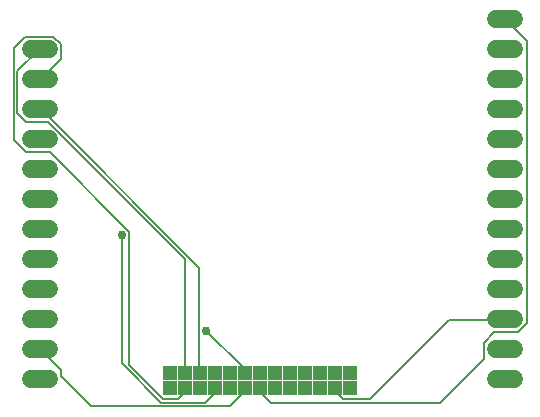
<source format=gbr>
G04 EAGLE Gerber RS-274X export*
G75*
%MOMM*%
%FSLAX34Y34*%
%LPD*%
%INBottom Copper*%
%IPPOS*%
%AMOC8*
5,1,8,0,0,1.08239X$1,22.5*%
G01*
%ADD10R,1.158000X1.158000*%
%ADD11C,1.524000*%
%ADD12C,0.152400*%
%ADD13C,0.756400*%


D10*
X161300Y68600D03*
X174000Y68600D03*
X186700Y68600D03*
X199400Y68600D03*
X212100Y68600D03*
X224800Y68600D03*
X237500Y68600D03*
X250200Y68600D03*
X262900Y68600D03*
X275600Y68600D03*
X288300Y68600D03*
X301000Y68600D03*
X313700Y68600D03*
X313700Y81300D03*
X301000Y81300D03*
X288300Y81300D03*
X275600Y81300D03*
X262900Y81300D03*
X250200Y81300D03*
X237500Y81300D03*
X224800Y81300D03*
X212100Y81300D03*
X199400Y81300D03*
X186700Y81300D03*
X174000Y81300D03*
X161300Y81300D03*
D11*
X436880Y76200D02*
X452120Y76200D01*
X452120Y101600D02*
X436880Y101600D01*
X436880Y127000D02*
X452120Y127000D01*
X452120Y152400D02*
X436880Y152400D01*
X436880Y177800D02*
X452120Y177800D01*
X452120Y203200D02*
X436880Y203200D01*
X436880Y228600D02*
X452120Y228600D01*
X452120Y254000D02*
X436880Y254000D01*
X436880Y279400D02*
X452120Y279400D01*
X452120Y304800D02*
X436880Y304800D01*
X436880Y330200D02*
X452120Y330200D01*
X452120Y355600D02*
X436880Y355600D01*
X436880Y381000D02*
X452120Y381000D01*
X58420Y355600D02*
X43180Y355600D01*
X43180Y330200D02*
X58420Y330200D01*
X58420Y304800D02*
X43180Y304800D01*
X43180Y279400D02*
X58420Y279400D01*
X58420Y254000D02*
X43180Y254000D01*
X43180Y228600D02*
X58420Y228600D01*
X58420Y203200D02*
X43180Y203200D01*
X43180Y177800D02*
X58420Y177800D01*
X58420Y152400D02*
X43180Y152400D01*
X43180Y127000D02*
X58420Y127000D01*
X58420Y101600D02*
X43180Y101600D01*
X43180Y76200D02*
X58420Y76200D01*
D12*
X173736Y82296D02*
X173736Y178308D01*
X57912Y294132D01*
X39624Y294132D01*
X32004Y301752D01*
X32004Y336804D01*
X50800Y355600D01*
X173736Y82296D02*
X174000Y81300D01*
X173736Y68580D02*
X173736Y65532D01*
X167640Y59436D01*
X155448Y59436D01*
X126492Y88392D01*
X126492Y201168D01*
X59436Y268224D01*
X39624Y268224D01*
X28956Y278892D01*
X28956Y356616D01*
X38100Y365760D01*
X62484Y365760D01*
X68580Y359664D01*
X68580Y347472D01*
X51816Y330708D01*
X173736Y68580D02*
X174000Y68600D01*
X50800Y330200D02*
X51816Y330708D01*
X185928Y170688D02*
X185928Y82296D01*
X185928Y170688D02*
X51816Y304800D01*
X185928Y82296D02*
X186700Y81300D01*
X51816Y304800D02*
X50800Y304800D01*
X198120Y68580D02*
X198120Y64008D01*
X190500Y56388D01*
X153924Y56388D01*
X120396Y89916D01*
X120396Y198120D01*
X198120Y68580D02*
X199400Y68600D01*
D13*
X120396Y198120D03*
D12*
X224028Y85344D02*
X224028Y82296D01*
X224028Y85344D02*
X192024Y117348D01*
X224028Y82296D02*
X224800Y81300D01*
D13*
X192024Y117348D03*
D12*
X224028Y68580D02*
X224028Y65532D01*
X211836Y53340D01*
X94488Y53340D01*
X68580Y79248D01*
X68580Y83820D01*
X50800Y101600D01*
X224028Y68580D02*
X224800Y68600D01*
X301752Y68580D02*
X301752Y65532D01*
X307848Y59436D01*
X330708Y59436D01*
X397764Y126492D01*
X443484Y126492D01*
X301752Y68580D02*
X301000Y68600D01*
X443484Y126492D02*
X444500Y127000D01*
X237744Y68580D02*
X237744Y65532D01*
X246888Y56388D01*
X390144Y56388D01*
X426720Y92964D01*
X426720Y106680D01*
X435864Y115824D01*
X455676Y115824D01*
X463296Y123444D01*
X463296Y362712D01*
X445008Y381000D01*
X237744Y68580D02*
X237500Y68600D01*
X444500Y381000D02*
X445008Y381000D01*
M02*

</source>
